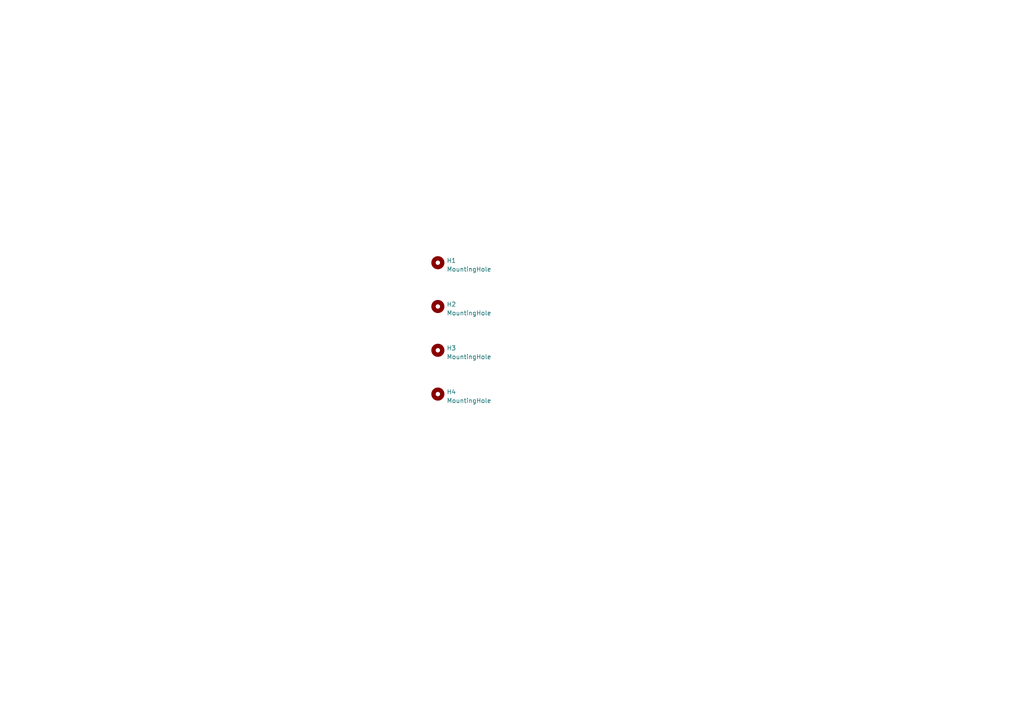
<source format=kicad_sch>
(kicad_sch (version 20230121) (generator eeschema)
  (paper "A4")
  (lib_symbols
    (symbol "Mechanical:MountingHole" (pin_names (offset 1.016))
      (property "Reference" "H" (at 0 5.08 0))
      (property "Value" "MountingHole" (at 0 3.175 0))
      (symbol "MountingHole_0_1"
        (circle (center 0 0) (radius 1.27) (stroke (width 1.27)))
      )
    )
  )
  (symbol (lib_id "Mechanical:MountingHole") (at 127 114.3 0) (unit 1)
    (property "Reference" "H4" (at 129.54 113.665 0) (effects (justify left)))
    (property "Value" "MountingHole" (at 129.54 116.205 0) (effects (justify left)))
    (property "Footprint" "MountingHole:MountingHole_2.2mm_M2_Pad_Via" (effects hide))
  )
  (symbol (lib_id "Mechanical:MountingHole") (at 127 88.9 0) (unit 1)
    (property "Reference" "H2" (at 129.54 88.265 0) (effects (justify left)))
    (property "Value" "MountingHole" (at 129.54 90.805 0) (effects (justify left)))
    (property "Footprint" "MountingHole:MountingHole_2.2mm_M2_Pad_Via" (effects hide))
  )
  (symbol (lib_id "Mechanical:MountingHole") (at 127 101.6 0) (unit 1)
    (property "Reference" "H3" (at 129.54 100.965 0) (effects (justify left)))
    (property "Value" "MountingHole" (at 129.54 103.505 0) (effects (justify left)))
    (property "Footprint" "MountingHole:MountingHole_2.2mm_M2_Pad_Via" (effects hide))
  )
  (symbol (lib_id "Mechanical:MountingHole") (at 127 76.2 0) (unit 1)
    (property "Reference" "H1" (at 129.54 75.565 0) (effects (justify left)))
    (property "Value" "MountingHole" (at 129.54 78.105 0) (effects (justify left)))
    (property "Footprint" "MountingHole:MountingHole_2.2mm_M2_Pad_Via" (effects hide))
  )
)
</source>
